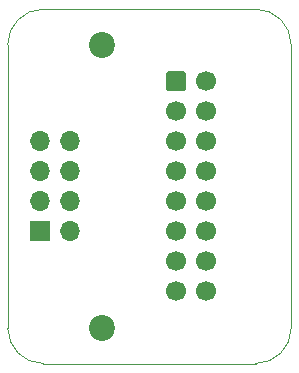
<source format=gbr>
G04 #@! TF.GenerationSoftware,KiCad,Pcbnew,6.0.10+dfsg-1~bpo11+1*
G04 #@! TF.ProjectId,project,70726f6a-6563-4742-9e6b-696361645f70,rev?*
G04 #@! TF.SameCoordinates,Original*
G04 #@! TF.FileFunction,Soldermask,Top*
G04 #@! TF.FilePolarity,Negative*
%FSLAX46Y46*%
G04 Gerber Fmt 4.6, Leading zero omitted, Abs format (unit mm)*
%MOMM*%
%LPD*%
G01*
G04 APERTURE LIST*
G04 #@! TA.AperFunction,Profile*
%ADD10C,0.100000*%
G04 #@! TD*
%ADD11C,2.200000*%
%ADD12R,1.700000X1.700000*%
%ADD13O,1.700000X1.700000*%
%ADD14C,1.700000*%
G04 APERTURE END LIST*
D10*
X163500000Y-130000000D02*
X181500000Y-130000000D01*
X184500000Y-127000000D02*
X184500000Y-103000000D01*
X160500000Y-103000000D02*
X160500000Y-127000000D01*
X163500000Y-100000000D02*
G75*
G03*
X160500000Y-103000000I0J-3000000D01*
G01*
X160500000Y-127000000D02*
G75*
G03*
X163500000Y-130000000I3000000J0D01*
G01*
X184500000Y-103000000D02*
G75*
G03*
X181500000Y-100000000I-3000000J0D01*
G01*
X181500000Y-100000000D02*
X163500000Y-100000000D01*
X181500000Y-130000000D02*
G75*
G03*
X184500000Y-127000000I0J3000000D01*
G01*
D11*
X168500000Y-127000000D03*
D12*
X163210000Y-118800000D03*
D13*
X163210000Y-116260000D03*
X163210000Y-113720000D03*
X163210000Y-111180000D03*
X165750000Y-111180000D03*
X165750000Y-113720000D03*
X165750000Y-116260000D03*
X165750000Y-118800000D03*
D11*
X168500000Y-103000000D03*
G36*
G01*
X173897500Y-106710000D02*
X173897500Y-105510000D01*
G75*
G02*
X174147500Y-105260000I250000J0D01*
G01*
X175347500Y-105260000D01*
G75*
G02*
X175597500Y-105510000I0J-250000D01*
G01*
X175597500Y-106710000D01*
G75*
G02*
X175347500Y-106960000I-250000J0D01*
G01*
X174147500Y-106960000D01*
G75*
G02*
X173897500Y-106710000I0J250000D01*
G01*
G37*
D14*
X177287500Y-106110000D03*
X174747500Y-108650000D03*
X177287500Y-108650000D03*
X174747500Y-111190000D03*
X177287500Y-111190000D03*
X174747500Y-113730000D03*
X177287500Y-113730000D03*
X174747500Y-116270000D03*
X177287500Y-116270000D03*
X174747500Y-118810000D03*
X177287500Y-118810000D03*
X174747500Y-121350000D03*
X177287500Y-121350000D03*
X174747500Y-123890000D03*
X177287500Y-123890000D03*
M02*

</source>
